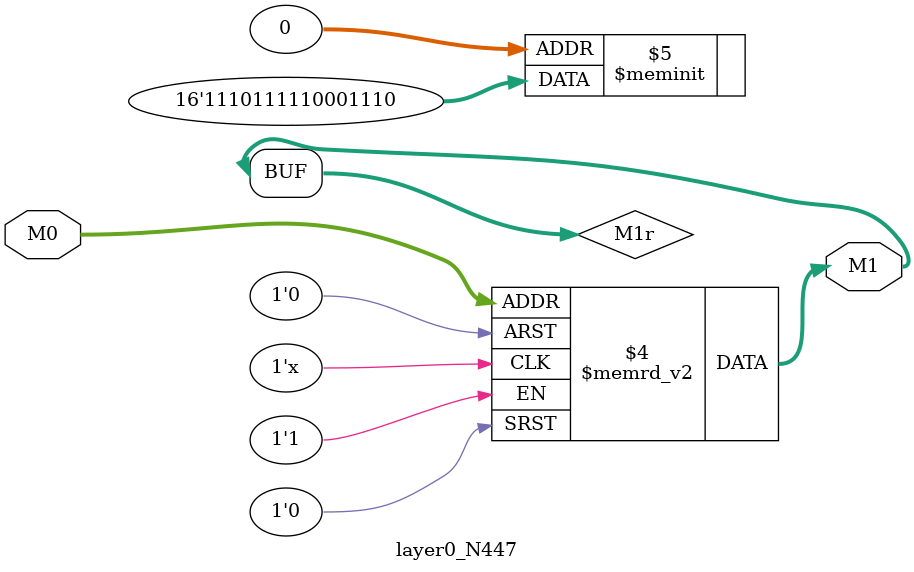
<source format=v>
module layer0_N447 ( input [2:0] M0, output [1:0] M1 );

	(*rom_style = "distributed" *) reg [1:0] M1r;
	assign M1 = M1r;
	always @ (M0) begin
		case (M0)
			3'b000: M1r = 2'b10;
			3'b100: M1r = 2'b11;
			3'b010: M1r = 2'b00;
			3'b110: M1r = 2'b10;
			3'b001: M1r = 2'b11;
			3'b101: M1r = 2'b11;
			3'b011: M1r = 2'b10;
			3'b111: M1r = 2'b11;

		endcase
	end
endmodule

</source>
